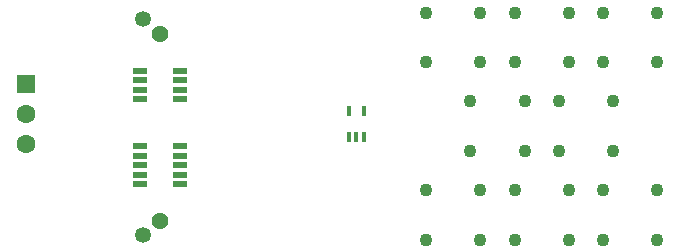
<source format=gbr>
%TF.GenerationSoftware,KiCad,Pcbnew,9.0.2*%
%TF.CreationDate,2025-05-27T17:48:54-07:00*%
%TF.ProjectId,8_6mSiPMs,385f366d-5369-4504-9d73-2e6b69636164,rev?*%
%TF.SameCoordinates,Original*%
%TF.FileFunction,Soldermask,Top*%
%TF.FilePolarity,Negative*%
%FSLAX46Y46*%
G04 Gerber Fmt 4.6, Leading zero omitted, Abs format (unit mm)*
G04 Created by KiCad (PCBNEW 9.0.2) date 2025-05-27 17:48:54*
%MOMM*%
%LPD*%
G01*
G04 APERTURE LIST*
G04 Aperture macros list*
%AMRoundRect*
0 Rectangle with rounded corners*
0 $1 Rounding radius*
0 $2 $3 $4 $5 $6 $7 $8 $9 X,Y pos of 4 corners*
0 Add a 4 corners polygon primitive as box body*
4,1,4,$2,$3,$4,$5,$6,$7,$8,$9,$2,$3,0*
0 Add four circle primitives for the rounded corners*
1,1,$1+$1,$2,$3*
1,1,$1+$1,$4,$5*
1,1,$1+$1,$6,$7*
1,1,$1+$1,$8,$9*
0 Add four rect primitives between the rounded corners*
20,1,$1+$1,$2,$3,$4,$5,0*
20,1,$1+$1,$4,$5,$6,$7,0*
20,1,$1+$1,$6,$7,$8,$9,0*
20,1,$1+$1,$8,$9,$2,$3,0*%
G04 Aperture macros list end*
%ADD10C,1.100000*%
%ADD11RoundRect,0.087500X-0.087500X-0.337500X0.087500X-0.337500X0.087500X0.337500X-0.087500X0.337500X0*%
%ADD12C,1.350000*%
%ADD13R,1.200000X0.500000*%
%ADD14C,1.431000*%
%ADD15RoundRect,0.102000X-0.699000X0.699000X-0.699000X-0.699000X0.699000X-0.699000X0.699000X0.699000X0*%
%ADD16C,1.602000*%
G04 APERTURE END LIST*
D10*
%TO.C,REF\u002A\u002A10*%
X168493198Y-98000000D03*
X163893198Y-98000000D03*
X163893198Y-102200000D03*
X168493198Y-102200000D03*
%TD*%
D11*
%TO.C,Temp*%
X142350000Y-108500000D03*
X143000000Y-108500000D03*
X143650000Y-108500000D03*
X143650000Y-106300000D03*
X142350000Y-106300000D03*
%TD*%
D12*
%TO.C,J\u002A\u002A*%
X124900000Y-98555000D03*
X124900000Y-116845000D03*
D13*
X124700000Y-102900000D03*
X128100000Y-102900000D03*
X124700000Y-103700000D03*
X128100000Y-103700000D03*
X124700000Y-104500000D03*
X128100000Y-104500000D03*
X124700000Y-105300000D03*
X128100000Y-105300000D03*
X124700000Y-109300000D03*
X128100000Y-109300000D03*
X124700000Y-110100000D03*
X128100000Y-110100000D03*
X124700000Y-110900000D03*
X128100000Y-110900000D03*
X124700000Y-111700000D03*
X128100000Y-111700000D03*
X124700000Y-112500000D03*
X128100000Y-112500000D03*
D14*
X126400000Y-99805000D03*
X126400000Y-115595000D03*
%TD*%
D10*
%TO.C,REF\u002A\u002A10*%
X160993198Y-98000000D03*
X156393198Y-98000000D03*
X156393198Y-102200000D03*
X160993198Y-102200000D03*
%TD*%
%TO.C,REF\u002A\u002A10*%
X168493198Y-113000000D03*
X163893198Y-113000000D03*
X163893198Y-117200000D03*
X168493198Y-117200000D03*
%TD*%
%TO.C,REF\u002A\u002A10*%
X153493198Y-113000000D03*
X148893198Y-113000000D03*
X148893198Y-117200000D03*
X153493198Y-117200000D03*
%TD*%
D15*
%TO.C,REF\u002A\u002A*%
X115000000Y-104000000D03*
D16*
X115000000Y-106540000D03*
X115000000Y-109080000D03*
%TD*%
D10*
%TO.C,REF\u002A\u002A10*%
X153493198Y-98000000D03*
X148893198Y-98000000D03*
X148893198Y-102200000D03*
X153493198Y-102200000D03*
%TD*%
%TO.C,REF\u002A\u002A10*%
X164743198Y-105500000D03*
X160143198Y-105500000D03*
X160143198Y-109700000D03*
X164743198Y-109700000D03*
%TD*%
%TO.C,REF\u002A\u002A10*%
X160993198Y-113000000D03*
X156393198Y-113000000D03*
X156393198Y-117200000D03*
X160993198Y-117200000D03*
%TD*%
%TO.C,REF\u002A\u002A10*%
X157243198Y-105500000D03*
X152643198Y-105500000D03*
X152643198Y-109700000D03*
X157243198Y-109700000D03*
%TD*%
M02*

</source>
